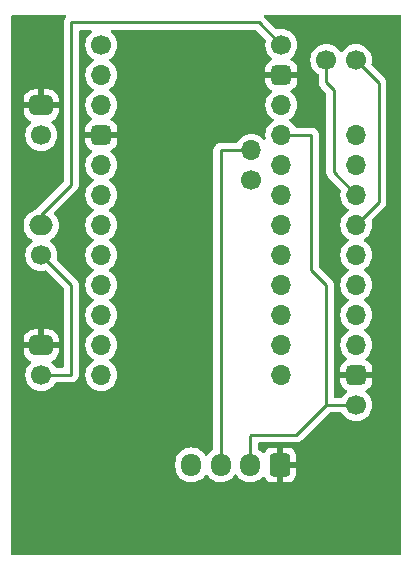
<source format=gbr>
%TF.GenerationSoftware,KiCad,Pcbnew,7.0.7*%
%TF.CreationDate,2023-09-23T14:44:52-07:00*%
%TF.ProjectId,Nitrox_Board,4e697472-6f78-45f4-926f-6172642e6b69,rev?*%
%TF.SameCoordinates,Original*%
%TF.FileFunction,Copper,L1,Top*%
%TF.FilePolarity,Positive*%
%FSLAX46Y46*%
G04 Gerber Fmt 4.6, Leading zero omitted, Abs format (unit mm)*
G04 Created by KiCad (PCBNEW 7.0.7) date 2023-09-23 14:44:52*
%MOMM*%
%LPD*%
G01*
G04 APERTURE LIST*
G04 Aperture macros list*
%AMRoundRect*
0 Rectangle with rounded corners*
0 $1 Rounding radius*
0 $2 $3 $4 $5 $6 $7 $8 $9 X,Y pos of 4 corners*
0 Add a 4 corners polygon primitive as box body*
4,1,4,$2,$3,$4,$5,$6,$7,$8,$9,$2,$3,0*
0 Add four circle primitives for the rounded corners*
1,1,$1+$1,$2,$3*
1,1,$1+$1,$4,$5*
1,1,$1+$1,$6,$7*
1,1,$1+$1,$8,$9*
0 Add four rect primitives between the rounded corners*
20,1,$1+$1,$2,$3,$4,$5,0*
20,1,$1+$1,$4,$5,$6,$7,0*
20,1,$1+$1,$6,$7,$8,$9,0*
20,1,$1+$1,$8,$9,$2,$3,0*%
G04 Aperture macros list end*
%TA.AperFunction,ComponentPad*%
%ADD10RoundRect,0.250000X0.600000X0.725000X-0.600000X0.725000X-0.600000X-0.725000X0.600000X-0.725000X0*%
%TD*%
%TA.AperFunction,ComponentPad*%
%ADD11O,1.700000X1.950000*%
%TD*%
%TA.AperFunction,ComponentPad*%
%ADD12C,1.700000*%
%TD*%
%TA.AperFunction,ComponentPad*%
%ADD13O,1.700000X1.700000*%
%TD*%
%TA.AperFunction,ComponentPad*%
%ADD14RoundRect,0.425000X-0.425000X-0.425000X0.425000X-0.425000X0.425000X0.425000X-0.425000X0.425000X0*%
%TD*%
%TA.AperFunction,ComponentPad*%
%ADD15O,2.000000X1.700000*%
%TD*%
%TA.AperFunction,ComponentPad*%
%ADD16RoundRect,0.425000X0.575000X-0.425000X0.575000X0.425000X-0.575000X0.425000X-0.575000X-0.425000X0*%
%TD*%
%TA.AperFunction,Conductor*%
%ADD17C,0.250000*%
%TD*%
G04 APERTURE END LIST*
D10*
%TO.P,DISP1,1,Pin_1*%
%TO.N,GND*%
X162440000Y-96520000D03*
D11*
%TO.P,DISP1,2,Pin_2*%
%TO.N,VCC*%
X159940000Y-96520000D03*
%TO.P,DISP1,3,Pin_3*%
%TO.N,SCL*%
X157440000Y-96520000D03*
%TO.P,DISP1,4,Pin_4*%
%TO.N,SDA*%
X154940000Y-96520000D03*
%TD*%
D12*
%TO.P,i2c1,1,Pin_1*%
%TO.N,SDA*%
X160020000Y-72390000D03*
D13*
%TO.P,i2c1,2,Pin_2*%
%TO.N,SCL*%
X160020000Y-69850000D03*
%TD*%
D12*
%TO.P,ProMini1,1,Pin_1*%
%TO.N,unconnected-(ProMini1-Pin_1-Pad1)*%
X147320000Y-60960000D03*
D13*
%TO.P,ProMini1,2,Pin_2*%
%TO.N,unconnected-(ProMini1-Pin_2-Pad2)*%
X147320000Y-63500000D03*
%TO.P,ProMini1,3,Pin_3*%
%TO.N,unconnected-(ProMini1-Pin_3-Pad3)*%
X147320000Y-66040000D03*
D14*
%TO.P,ProMini1,4,Pin_4*%
%TO.N,GND*%
X147320000Y-68580000D03*
D13*
%TO.P,ProMini1,5,Pin_5*%
%TO.N,Net-(Button1-Pin_1)*%
X147320000Y-71120000D03*
%TO.P,ProMini1,6,Pin_6*%
%TO.N,unconnected-(ProMini1-Pin_6-Pad6)*%
X147320000Y-73660000D03*
%TO.P,ProMini1,7,Pin_7*%
%TO.N,unconnected-(ProMini1-Pin_7-Pad7)*%
X147320000Y-76200000D03*
%TO.P,ProMini1,8,Pin_8*%
%TO.N,unconnected-(ProMini1-Pin_8-Pad8)*%
X147320000Y-78740000D03*
%TO.P,ProMini1,9,Pin_9*%
%TO.N,unconnected-(ProMini1-Pin_9-Pad9)*%
X147320000Y-81280000D03*
%TO.P,ProMini1,10,Pin_10*%
%TO.N,unconnected-(ProMini1-Pin_10-Pad10)*%
X147320000Y-83820000D03*
%TO.P,ProMini1,11,Pin_11*%
%TO.N,unconnected-(ProMini1-Pin_11-Pad11)*%
X147320000Y-86360000D03*
%TO.P,ProMini1,12,Pin_12*%
%TO.N,unconnected-(ProMini1-Pin_12-Pad12)*%
X147320000Y-88900000D03*
%TD*%
D12*
%TO.P,SWTCH1,1,Pin_1*%
%TO.N,Net-(BAT1-Pin_1)*%
X142240000Y-78740000D03*
D15*
%TO.P,SWTCH1,2,Pin_2*%
%TO.N,Net-(ProMini2-Pin_1)*%
X142240000Y-76240000D03*
%TD*%
D12*
%TO.P,BAT1,1,Pin_1*%
%TO.N,Net-(BAT1-Pin_1)*%
X142240000Y-88900000D03*
D16*
%TO.P,BAT1,2,Pin_2*%
%TO.N,GND*%
X142240000Y-86400000D03*
%TD*%
D12*
%TO.P,Button1,1,Pin_1*%
%TO.N,Net-(Button1-Pin_1)*%
X142240000Y-68580000D03*
D16*
%TO.P,Button1,2,Pin_2*%
%TO.N,GND*%
X142240000Y-66080000D03*
%TD*%
D12*
%TO.P,ProMini2,1,Pin_1*%
%TO.N,Net-(ProMini2-Pin_1)*%
X162560000Y-60960000D03*
D14*
%TO.P,ProMini2,2,Pin_2*%
%TO.N,GND*%
X162560000Y-63500000D03*
D13*
%TO.P,ProMini2,3,Pin_3*%
%TO.N,unconnected-(ProMini2-Pin_3-Pad3)*%
X162560000Y-66040000D03*
%TO.P,ProMini2,4,Pin_4*%
%TO.N,VCC*%
X162560000Y-68580000D03*
%TO.P,ProMini2,5,Pin_5*%
%TO.N,unconnected-(ProMini2-Pin_5-Pad5)*%
X162560000Y-71120000D03*
%TO.P,ProMini2,6,Pin_6*%
%TO.N,unconnected-(ProMini2-Pin_6-Pad6)*%
X162560000Y-73660000D03*
%TO.P,ProMini2,7,Pin_7*%
%TO.N,unconnected-(ProMini2-Pin_7-Pad7)*%
X162560000Y-76200000D03*
%TO.P,ProMini2,8,Pin_8*%
%TO.N,unconnected-(ProMini2-Pin_8-Pad8)*%
X162560000Y-78740000D03*
%TO.P,ProMini2,9,Pin_9*%
%TO.N,unconnected-(ProMini2-Pin_9-Pad9)*%
X162560000Y-81280000D03*
%TO.P,ProMini2,10,Pin_10*%
%TO.N,unconnected-(ProMini2-Pin_10-Pad10)*%
X162560000Y-83820000D03*
%TO.P,ProMini2,11,Pin_11*%
%TO.N,unconnected-(ProMini2-Pin_11-Pad11)*%
X162560000Y-86360000D03*
%TO.P,ProMini2,12,Pin_12*%
%TO.N,unconnected-(ProMini2-Pin_12-Pad12)*%
X162560000Y-88900000D03*
%TD*%
D12*
%TO.P,Sensor1,1,Pin_1*%
%TO.N,Net-(ADS1115-Pin_7)*%
X168870000Y-62230000D03*
%TO.P,Sensor1,2,Pin_2*%
%TO.N,Net-(ADS1115-Pin_8)*%
X166370000Y-62230000D03*
%TD*%
%TO.P,ADS1115,1,Pin_1*%
%TO.N,VCC*%
X168910000Y-91440000D03*
D14*
%TO.P,ADS1115,2,Pin_2*%
%TO.N,GND*%
X168910000Y-88900000D03*
D13*
%TO.P,ADS1115,3,Pin_3*%
%TO.N,SCL*%
X168910000Y-86360000D03*
%TO.P,ADS1115,4,Pin_4*%
%TO.N,SDA*%
X168910000Y-83820000D03*
%TO.P,ADS1115,5,Pin_5*%
%TO.N,unconnected-(ADS1115-Pin_5-Pad5)*%
X168910000Y-81280000D03*
%TO.P,ADS1115,6,Pin_6*%
%TO.N,unconnected-(ADS1115-Pin_6-Pad6)*%
X168910000Y-78740000D03*
%TO.P,ADS1115,7,Pin_7*%
%TO.N,Net-(ADS1115-Pin_7)*%
X168910000Y-76200000D03*
%TO.P,ADS1115,8,Pin_8*%
%TO.N,Net-(ADS1115-Pin_8)*%
X168910000Y-73660000D03*
%TO.P,ADS1115,9,Pin_9*%
%TO.N,unconnected-(ADS1115-Pin_9-Pad9)*%
X168910000Y-71120000D03*
%TO.P,ADS1115,10,Pin_10*%
%TO.N,unconnected-(ADS1115-Pin_10-Pad10)*%
X168910000Y-68580000D03*
%TD*%
D17*
%TO.N,SCL*%
X157480000Y-69850000D02*
X160020000Y-69850000D01*
X157440000Y-69890000D02*
X157480000Y-69850000D01*
X157440000Y-96520000D02*
X157440000Y-69890000D01*
%TO.N,VCC*%
X159940000Y-94060000D02*
X159940000Y-96520000D01*
X166370000Y-81280000D02*
X166370000Y-91440000D01*
X162560000Y-68580000D02*
X165100000Y-68580000D01*
X163830000Y-93980000D02*
X160020000Y-93980000D01*
X166370000Y-91440000D02*
X163830000Y-93980000D01*
X160020000Y-93980000D02*
X159940000Y-94060000D01*
X168910000Y-91440000D02*
X166370000Y-91440000D01*
X165100000Y-68580000D02*
X165100000Y-80010000D01*
X165100000Y-80010000D02*
X166370000Y-81280000D01*
%TO.N,Net-(ADS1115-Pin_7)*%
X170815000Y-74295000D02*
X170815000Y-64175000D01*
X170815000Y-64175000D02*
X168870000Y-62230000D01*
X168910000Y-76200000D02*
X170815000Y-74295000D01*
%TO.N,Net-(ADS1115-Pin_8)*%
X166370000Y-64135000D02*
X167005000Y-64770000D01*
X167005000Y-64770000D02*
X167005000Y-71755000D01*
X166370000Y-62230000D02*
X166370000Y-64135000D01*
X168910000Y-73660000D02*
X167005000Y-71755000D01*
%TO.N,Net-(BAT1-Pin_1)*%
X142240000Y-78740000D02*
X144780000Y-81280000D01*
X144780000Y-88900000D02*
X142240000Y-88900000D01*
X144780000Y-81280000D02*
X144780000Y-88900000D01*
%TO.N,Net-(ProMini2-Pin_1)*%
X160655000Y-59055000D02*
X144780000Y-59055000D01*
X162560000Y-60960000D02*
X160655000Y-59055000D01*
X142240000Y-75321701D02*
X142240000Y-76240000D01*
X144780000Y-72781701D02*
X142240000Y-75321701D01*
X144780000Y-59055000D02*
X144780000Y-72781701D01*
%TD*%
%TA.AperFunction,Conductor*%
%TO.N,GND*%
G36*
X144296633Y-58440185D02*
G01*
X144342388Y-58492989D01*
X144352332Y-58562147D01*
X144325131Y-58623547D01*
X144322158Y-58627141D01*
X144311809Y-58639649D01*
X144309237Y-58642567D01*
X144269937Y-58684418D01*
X144269935Y-58684420D01*
X144265994Y-58691589D01*
X144252889Y-58710873D01*
X144247677Y-58717173D01*
X144247674Y-58717178D01*
X144223231Y-58769121D01*
X144221464Y-58772589D01*
X144193804Y-58822903D01*
X144193803Y-58822908D01*
X144191769Y-58830828D01*
X144183870Y-58852768D01*
X144180386Y-58860172D01*
X144180384Y-58860178D01*
X144169629Y-58916561D01*
X144168779Y-58920361D01*
X144154500Y-58975976D01*
X144154500Y-58984152D01*
X144152305Y-59007379D01*
X144150773Y-59015412D01*
X144154378Y-59072724D01*
X144154500Y-59076595D01*
X144154500Y-72471247D01*
X144134815Y-72538286D01*
X144118181Y-72558928D01*
X141856208Y-74820900D01*
X141843951Y-74830721D01*
X141844134Y-74830942D01*
X141838123Y-74835914D01*
X141790772Y-74886337D01*
X141767125Y-74909984D01*
X141766138Y-74908997D01*
X141711927Y-74943148D01*
X141710164Y-74943635D01*
X141626342Y-74966095D01*
X141626335Y-74966098D01*
X141412171Y-75065964D01*
X141412169Y-75065965D01*
X141218597Y-75201505D01*
X141051506Y-75368597D01*
X141051501Y-75368604D01*
X140915967Y-75562165D01*
X140915965Y-75562169D01*
X140816098Y-75776335D01*
X140816094Y-75776344D01*
X140754938Y-76004586D01*
X140754936Y-76004596D01*
X140734341Y-76239999D01*
X140734341Y-76240000D01*
X140754936Y-76475403D01*
X140754938Y-76475413D01*
X140816094Y-76703655D01*
X140816096Y-76703659D01*
X140816097Y-76703663D01*
X140866031Y-76810745D01*
X140915964Y-76917828D01*
X140915965Y-76917830D01*
X141051505Y-77111402D01*
X141218597Y-77278494D01*
X141412169Y-77414034D01*
X141412175Y-77414037D01*
X141437799Y-77425986D01*
X141490239Y-77472158D01*
X141509391Y-77539351D01*
X141489176Y-77606232D01*
X141456519Y-77639943D01*
X141368594Y-77701508D01*
X141201505Y-77868597D01*
X141065965Y-78062169D01*
X141065964Y-78062171D01*
X140966098Y-78276335D01*
X140966094Y-78276344D01*
X140904938Y-78504586D01*
X140904936Y-78504596D01*
X140884341Y-78739999D01*
X140884341Y-78740000D01*
X140904936Y-78975403D01*
X140904938Y-78975413D01*
X140966094Y-79203655D01*
X140966096Y-79203659D01*
X140966097Y-79203663D01*
X141065965Y-79417829D01*
X141065965Y-79417830D01*
X141065967Y-79417834D01*
X141174281Y-79572521D01*
X141201505Y-79611401D01*
X141368599Y-79778495D01*
X141381070Y-79787227D01*
X141562165Y-79914032D01*
X141562167Y-79914033D01*
X141562170Y-79914035D01*
X141776337Y-80013903D01*
X142004592Y-80075063D01*
X142192918Y-80091539D01*
X142239999Y-80095659D01*
X142240000Y-80095659D01*
X142240001Y-80095659D01*
X142279234Y-80092226D01*
X142475408Y-80075063D01*
X142575873Y-80048143D01*
X142645722Y-80049806D01*
X142695647Y-80080237D01*
X144118181Y-81502771D01*
X144151666Y-81564094D01*
X144154500Y-81590452D01*
X144154500Y-88150500D01*
X144134815Y-88217539D01*
X144082011Y-88263294D01*
X144030500Y-88274500D01*
X143515227Y-88274500D01*
X143448188Y-88254815D01*
X143413652Y-88221623D01*
X143278496Y-88028600D01*
X143218328Y-87968432D01*
X143133125Y-87883229D01*
X143099642Y-87821909D01*
X143104626Y-87752217D01*
X143146497Y-87696283D01*
X143164514Y-87685065D01*
X143321564Y-87605044D01*
X143321566Y-87605043D01*
X143472675Y-87482675D01*
X143595042Y-87331567D01*
X143683317Y-87158315D01*
X143733644Y-86970497D01*
X143740000Y-86889740D01*
X143740000Y-86650000D01*
X142853347Y-86650000D01*
X142786308Y-86630315D01*
X142740553Y-86577511D01*
X142730609Y-86508353D01*
X142734369Y-86491067D01*
X142740000Y-86471888D01*
X142740000Y-86328111D01*
X142734369Y-86308933D01*
X142734370Y-86239064D01*
X142772145Y-86180286D01*
X142835701Y-86151262D01*
X142853347Y-86150000D01*
X143740000Y-86150000D01*
X143740000Y-85910260D01*
X143733644Y-85829502D01*
X143683317Y-85641684D01*
X143595042Y-85468432D01*
X143472675Y-85317324D01*
X143321567Y-85194957D01*
X143148315Y-85106682D01*
X142960497Y-85056355D01*
X142879740Y-85050000D01*
X142490000Y-85050000D01*
X142490000Y-85787698D01*
X142470315Y-85854737D01*
X142417511Y-85900492D01*
X142348355Y-85910436D01*
X142275766Y-85900000D01*
X142275763Y-85900000D01*
X142204237Y-85900000D01*
X142204233Y-85900000D01*
X142131645Y-85910436D01*
X142062487Y-85900492D01*
X142009684Y-85854736D01*
X141990000Y-85787698D01*
X141990000Y-85050000D01*
X141600260Y-85050000D01*
X141519502Y-85056355D01*
X141331684Y-85106682D01*
X141158432Y-85194957D01*
X141007324Y-85317324D01*
X140884957Y-85468432D01*
X140796682Y-85641684D01*
X140746355Y-85829502D01*
X140740000Y-85910260D01*
X140740000Y-86150000D01*
X141626653Y-86150000D01*
X141693692Y-86169685D01*
X141739447Y-86222489D01*
X141749391Y-86291647D01*
X141745631Y-86308933D01*
X141740000Y-86328111D01*
X141740000Y-86471888D01*
X141745631Y-86491067D01*
X141745630Y-86560936D01*
X141707855Y-86619714D01*
X141644299Y-86648738D01*
X141626653Y-86650000D01*
X140740000Y-86650000D01*
X140740000Y-86889740D01*
X140746355Y-86970497D01*
X140796682Y-87158315D01*
X140884957Y-87331567D01*
X141007324Y-87482675D01*
X141158432Y-87605042D01*
X141315486Y-87685065D01*
X141366282Y-87733039D01*
X141383077Y-87800860D01*
X141360540Y-87866995D01*
X141346872Y-87883231D01*
X141201505Y-88028597D01*
X141065965Y-88222169D01*
X141065964Y-88222171D01*
X140966098Y-88436335D01*
X140966094Y-88436344D01*
X140904938Y-88664586D01*
X140904936Y-88664596D01*
X140884341Y-88899999D01*
X140884341Y-88900000D01*
X140904936Y-89135403D01*
X140904938Y-89135413D01*
X140966094Y-89363655D01*
X140966096Y-89363659D01*
X140966097Y-89363663D01*
X141037497Y-89516781D01*
X141065965Y-89577830D01*
X141065967Y-89577834D01*
X141122321Y-89658315D01*
X141201505Y-89771401D01*
X141368599Y-89938495D01*
X141431695Y-89982675D01*
X141562165Y-90074032D01*
X141562167Y-90074033D01*
X141562170Y-90074035D01*
X141776337Y-90173903D01*
X142004592Y-90235063D01*
X142192918Y-90251539D01*
X142239999Y-90255659D01*
X142240000Y-90255659D01*
X142240001Y-90255659D01*
X142279234Y-90252226D01*
X142475408Y-90235063D01*
X142703663Y-90173903D01*
X142917830Y-90074035D01*
X143111401Y-89938495D01*
X143278495Y-89771401D01*
X143413651Y-89578377D01*
X143468229Y-89534752D01*
X143515227Y-89525500D01*
X144709153Y-89525500D01*
X144732385Y-89527696D01*
X144733989Y-89528001D01*
X144740412Y-89529227D01*
X144797724Y-89525621D01*
X144801597Y-89525500D01*
X144819342Y-89525500D01*
X144819350Y-89525500D01*
X144836990Y-89523271D01*
X144840807Y-89522910D01*
X144898138Y-89519304D01*
X144905905Y-89516780D01*
X144928680Y-89511688D01*
X144936792Y-89510664D01*
X144990195Y-89489519D01*
X144993835Y-89488209D01*
X145048441Y-89470467D01*
X145055337Y-89466090D01*
X145076133Y-89455494D01*
X145083732Y-89452486D01*
X145130191Y-89418730D01*
X145133390Y-89416555D01*
X145181877Y-89385786D01*
X145187466Y-89379833D01*
X145204979Y-89364394D01*
X145211587Y-89359594D01*
X145248190Y-89315347D01*
X145250736Y-89312457D01*
X145290062Y-89270582D01*
X145293998Y-89263421D01*
X145307119Y-89244114D01*
X145312324Y-89237823D01*
X145336769Y-89185874D01*
X145338528Y-89182419D01*
X145366197Y-89132092D01*
X145368227Y-89124181D01*
X145376135Y-89102218D01*
X145379614Y-89094826D01*
X145390377Y-89038401D01*
X145391210Y-89034670D01*
X145405500Y-88979019D01*
X145405500Y-88970844D01*
X145407697Y-88947606D01*
X145409227Y-88939588D01*
X145405621Y-88882275D01*
X145405500Y-88878403D01*
X145405500Y-81362737D01*
X145407224Y-81347123D01*
X145406938Y-81347096D01*
X145407672Y-81339333D01*
X145405500Y-81270202D01*
X145405500Y-81240651D01*
X145405500Y-81240650D01*
X145404629Y-81233759D01*
X145404172Y-81227945D01*
X145402709Y-81181374D01*
X145402709Y-81181373D01*
X145402709Y-81181372D01*
X145397120Y-81162137D01*
X145393174Y-81143084D01*
X145390664Y-81123208D01*
X145373501Y-81079859D01*
X145371614Y-81074346D01*
X145358617Y-81029610D01*
X145358616Y-81029608D01*
X145348421Y-81012369D01*
X145339860Y-80994893D01*
X145332486Y-80976269D01*
X145332486Y-80976267D01*
X145322474Y-80962488D01*
X145305083Y-80938550D01*
X145301900Y-80933705D01*
X145278170Y-80893579D01*
X145278165Y-80893573D01*
X145264005Y-80879413D01*
X145251370Y-80864620D01*
X145239593Y-80848412D01*
X145203693Y-80818713D01*
X145199381Y-80814790D01*
X143580237Y-79195646D01*
X143546752Y-79134323D01*
X143548142Y-79075876D01*
X143575063Y-78975408D01*
X143595659Y-78740000D01*
X143575063Y-78504592D01*
X143513903Y-78276337D01*
X143414035Y-78062171D01*
X143278495Y-77868599D01*
X143278494Y-77868597D01*
X143111402Y-77701506D01*
X143111401Y-77701505D01*
X143023481Y-77639943D01*
X142979857Y-77585366D01*
X142972664Y-77515867D01*
X143004186Y-77453513D01*
X143042201Y-77425986D01*
X143055835Y-77419627D01*
X143067829Y-77414035D01*
X143261401Y-77278495D01*
X143428495Y-77111401D01*
X143564035Y-76917830D01*
X143663903Y-76703663D01*
X143725063Y-76475408D01*
X143745659Y-76240000D01*
X143725063Y-76004592D01*
X143663903Y-75776337D01*
X143564035Y-75562171D01*
X143564034Y-75562169D01*
X143428494Y-75368597D01*
X143340774Y-75280877D01*
X143307289Y-75219554D01*
X143312273Y-75149862D01*
X143340772Y-75105517D01*
X145163788Y-73282502D01*
X145176042Y-73272687D01*
X145175859Y-73272465D01*
X145181866Y-73267493D01*
X145181877Y-73267487D01*
X145212775Y-73234583D01*
X145229227Y-73217065D01*
X145239671Y-73206619D01*
X145250120Y-73196172D01*
X145254379Y-73190679D01*
X145258152Y-73186262D01*
X145290062Y-73152283D01*
X145299713Y-73134725D01*
X145310396Y-73118462D01*
X145322673Y-73102637D01*
X145341185Y-73059854D01*
X145343738Y-73054642D01*
X145366197Y-73013793D01*
X145371180Y-72994381D01*
X145377481Y-72975981D01*
X145385437Y-72957597D01*
X145392729Y-72911553D01*
X145393906Y-72905872D01*
X145405500Y-72860720D01*
X145405500Y-72840683D01*
X145407027Y-72821283D01*
X145410160Y-72801505D01*
X145405775Y-72755116D01*
X145405500Y-72749278D01*
X145405500Y-59804500D01*
X145425185Y-59737461D01*
X145477989Y-59691706D01*
X145529500Y-59680500D01*
X146399512Y-59680500D01*
X146466551Y-59700185D01*
X146512306Y-59752989D01*
X146522250Y-59822147D01*
X146493225Y-59885703D01*
X146470635Y-59906075D01*
X146448596Y-59921506D01*
X146281505Y-60088597D01*
X146145965Y-60282169D01*
X146145964Y-60282171D01*
X146046098Y-60496335D01*
X146046094Y-60496344D01*
X145984938Y-60724586D01*
X145984936Y-60724596D01*
X145964341Y-60959999D01*
X145964341Y-60960000D01*
X145984936Y-61195403D01*
X145984938Y-61195413D01*
X146046094Y-61423655D01*
X146046096Y-61423659D01*
X146046097Y-61423663D01*
X146112663Y-61566414D01*
X146145965Y-61637830D01*
X146145967Y-61637834D01*
X146281501Y-61831395D01*
X146281506Y-61831402D01*
X146448597Y-61998493D01*
X146448603Y-61998498D01*
X146634158Y-62128425D01*
X146677783Y-62183002D01*
X146684977Y-62252500D01*
X146653454Y-62314855D01*
X146634158Y-62331575D01*
X146448597Y-62461505D01*
X146281505Y-62628597D01*
X146145965Y-62822169D01*
X146145964Y-62822171D01*
X146046098Y-63036335D01*
X146046094Y-63036344D01*
X145984938Y-63264586D01*
X145984936Y-63264596D01*
X145964341Y-63499999D01*
X145964341Y-63500000D01*
X145984936Y-63735403D01*
X145984938Y-63735413D01*
X146046094Y-63963655D01*
X146046096Y-63963659D01*
X146046097Y-63963663D01*
X146098654Y-64076372D01*
X146145965Y-64177830D01*
X146145967Y-64177834D01*
X146254281Y-64332521D01*
X146280114Y-64369415D01*
X146281501Y-64371395D01*
X146281506Y-64371402D01*
X146448597Y-64538493D01*
X146448603Y-64538498D01*
X146634158Y-64668425D01*
X146677783Y-64723002D01*
X146684977Y-64792500D01*
X146653454Y-64854855D01*
X146634158Y-64871575D01*
X146448597Y-65001505D01*
X146281505Y-65168597D01*
X146145965Y-65362169D01*
X146145964Y-65362171D01*
X146046098Y-65576335D01*
X146046094Y-65576344D01*
X145984938Y-65804586D01*
X145984936Y-65804596D01*
X145964341Y-66039999D01*
X145964341Y-66040000D01*
X145984936Y-66275403D01*
X145984938Y-66275413D01*
X146046094Y-66503655D01*
X146046096Y-66503659D01*
X146046097Y-66503663D01*
X146081694Y-66580000D01*
X146145965Y-66717830D01*
X146145967Y-66717834D01*
X146281501Y-66911395D01*
X146281506Y-66911402D01*
X146448597Y-67078493D01*
X146448603Y-67078498D01*
X146499272Y-67113977D01*
X146542897Y-67168554D01*
X146550091Y-67238052D01*
X146518568Y-67300407D01*
X146484444Y-67326037D01*
X146388432Y-67374957D01*
X146237324Y-67497324D01*
X146114957Y-67648432D01*
X146026682Y-67821684D01*
X145976355Y-68009502D01*
X145970000Y-68090260D01*
X145970000Y-68330000D01*
X146706653Y-68330000D01*
X146773692Y-68349685D01*
X146819447Y-68402489D01*
X146829391Y-68471647D01*
X146825631Y-68488933D01*
X146820000Y-68508111D01*
X146820000Y-68651888D01*
X146825631Y-68671067D01*
X146825630Y-68740936D01*
X146787855Y-68799714D01*
X146724299Y-68828738D01*
X146706653Y-68830000D01*
X145970000Y-68830000D01*
X145970000Y-69069740D01*
X145976355Y-69150497D01*
X146026682Y-69338315D01*
X146114957Y-69511567D01*
X146237324Y-69662675D01*
X146388433Y-69785043D01*
X146388435Y-69785044D01*
X146484443Y-69833962D01*
X146535239Y-69881936D01*
X146552035Y-69949757D01*
X146529498Y-70015892D01*
X146499274Y-70046021D01*
X146448595Y-70081507D01*
X146281505Y-70248597D01*
X146145965Y-70442169D01*
X146145964Y-70442171D01*
X146046098Y-70656335D01*
X146046094Y-70656344D01*
X145984938Y-70884586D01*
X145984936Y-70884596D01*
X145964341Y-71119999D01*
X145964341Y-71120000D01*
X145984936Y-71355403D01*
X145984938Y-71355413D01*
X146046094Y-71583655D01*
X146046096Y-71583659D01*
X146046097Y-71583663D01*
X146130569Y-71764814D01*
X146145965Y-71797830D01*
X146145967Y-71797834D01*
X146252564Y-71950069D01*
X146281501Y-71991396D01*
X146281506Y-71991402D01*
X146448597Y-72158493D01*
X146448603Y-72158498D01*
X146634158Y-72288425D01*
X146677783Y-72343002D01*
X146684977Y-72412500D01*
X146653454Y-72474855D01*
X146634158Y-72491575D01*
X146448597Y-72621505D01*
X146281505Y-72788597D01*
X146145965Y-72982169D01*
X146145964Y-72982171D01*
X146046098Y-73196335D01*
X146046094Y-73196344D01*
X145984938Y-73424586D01*
X145984936Y-73424596D01*
X145964341Y-73659999D01*
X145964341Y-73660000D01*
X145984936Y-73895403D01*
X145984938Y-73895413D01*
X146046094Y-74123655D01*
X146046096Y-74123659D01*
X146046097Y-74123663D01*
X146110874Y-74262577D01*
X146145965Y-74337830D01*
X146145967Y-74337834D01*
X146281501Y-74531395D01*
X146281506Y-74531402D01*
X146448597Y-74698493D01*
X146448603Y-74698498D01*
X146634158Y-74828425D01*
X146677783Y-74883002D01*
X146684977Y-74952500D01*
X146653454Y-75014855D01*
X146634158Y-75031575D01*
X146448597Y-75161505D01*
X146281505Y-75328597D01*
X146145965Y-75522169D01*
X146145964Y-75522171D01*
X146046098Y-75736335D01*
X146046094Y-75736344D01*
X145984938Y-75964586D01*
X145984936Y-75964596D01*
X145964341Y-76199999D01*
X145964341Y-76200000D01*
X145984936Y-76435403D01*
X145984938Y-76435413D01*
X146046094Y-76663655D01*
X146046096Y-76663659D01*
X146046097Y-76663663D01*
X146064750Y-76703664D01*
X146145965Y-76877830D01*
X146145967Y-76877834D01*
X146281501Y-77071395D01*
X146281506Y-77071402D01*
X146448597Y-77238493D01*
X146448603Y-77238498D01*
X146634158Y-77368425D01*
X146677783Y-77423002D01*
X146684977Y-77492500D01*
X146653454Y-77554855D01*
X146634158Y-77571575D01*
X146448597Y-77701505D01*
X146281505Y-77868597D01*
X146145965Y-78062169D01*
X146145964Y-78062171D01*
X146046098Y-78276335D01*
X146046094Y-78276344D01*
X145984938Y-78504586D01*
X145984936Y-78504596D01*
X145964341Y-78739999D01*
X145964341Y-78740000D01*
X145984936Y-78975403D01*
X145984938Y-78975413D01*
X146046094Y-79203655D01*
X146046096Y-79203659D01*
X146046097Y-79203663D01*
X146145965Y-79417830D01*
X146145967Y-79417834D01*
X146281501Y-79611395D01*
X146281506Y-79611402D01*
X146448597Y-79778493D01*
X146448603Y-79778498D01*
X146634158Y-79908425D01*
X146677783Y-79963002D01*
X146684977Y-80032500D01*
X146653454Y-80094855D01*
X146634158Y-80111575D01*
X146448597Y-80241505D01*
X146281505Y-80408597D01*
X146145965Y-80602169D01*
X146145964Y-80602171D01*
X146046098Y-80816335D01*
X146046094Y-80816344D01*
X145984938Y-81044586D01*
X145984936Y-81044596D01*
X145964341Y-81279999D01*
X145964341Y-81280000D01*
X145984936Y-81515403D01*
X145984938Y-81515413D01*
X146046094Y-81743655D01*
X146046096Y-81743659D01*
X146046097Y-81743663D01*
X146145965Y-81957829D01*
X146145965Y-81957830D01*
X146145967Y-81957834D01*
X146281501Y-82151395D01*
X146281506Y-82151402D01*
X146448597Y-82318493D01*
X146448603Y-82318498D01*
X146634158Y-82448425D01*
X146677783Y-82503002D01*
X146684977Y-82572500D01*
X146653454Y-82634855D01*
X146634158Y-82651575D01*
X146448597Y-82781505D01*
X146281505Y-82948597D01*
X146145965Y-83142169D01*
X146145964Y-83142171D01*
X146046098Y-83356335D01*
X146046094Y-83356344D01*
X145984938Y-83584586D01*
X145984936Y-83584596D01*
X145964341Y-83819999D01*
X145964341Y-83820000D01*
X145984936Y-84055403D01*
X145984938Y-84055413D01*
X146046094Y-84283655D01*
X146046096Y-84283659D01*
X146046097Y-84283663D01*
X146145964Y-84497829D01*
X146145965Y-84497830D01*
X146145967Y-84497834D01*
X146281501Y-84691395D01*
X146281506Y-84691402D01*
X146448597Y-84858493D01*
X146448603Y-84858498D01*
X146634158Y-84988425D01*
X146677783Y-85043002D01*
X146684977Y-85112500D01*
X146653454Y-85174855D01*
X146634158Y-85191575D01*
X146448597Y-85321505D01*
X146281505Y-85488597D01*
X146145965Y-85682169D01*
X146145964Y-85682171D01*
X146046098Y-85896335D01*
X146046094Y-85896344D01*
X145984938Y-86124586D01*
X145984936Y-86124596D01*
X145964341Y-86359999D01*
X145964341Y-86360000D01*
X145984936Y-86595403D01*
X145984938Y-86595413D01*
X146046094Y-86823655D01*
X146046096Y-86823659D01*
X146046097Y-86823663D01*
X146081694Y-86900000D01*
X146145965Y-87037830D01*
X146145967Y-87037834D01*
X146281501Y-87231395D01*
X146281506Y-87231402D01*
X146448597Y-87398493D01*
X146448603Y-87398498D01*
X146634158Y-87528425D01*
X146677783Y-87583002D01*
X146684977Y-87652500D01*
X146653454Y-87714855D01*
X146634158Y-87731575D01*
X146448597Y-87861505D01*
X146281505Y-88028597D01*
X146145965Y-88222169D01*
X146145964Y-88222171D01*
X146046098Y-88436335D01*
X146046094Y-88436344D01*
X145984938Y-88664586D01*
X145984936Y-88664596D01*
X145964341Y-88899999D01*
X145964341Y-88900000D01*
X145984936Y-89135403D01*
X145984938Y-89135413D01*
X146046094Y-89363655D01*
X146046096Y-89363659D01*
X146046097Y-89363663D01*
X146117497Y-89516781D01*
X146145965Y-89577830D01*
X146145967Y-89577834D01*
X146202321Y-89658315D01*
X146281505Y-89771401D01*
X146448599Y-89938495D01*
X146511695Y-89982675D01*
X146642165Y-90074032D01*
X146642167Y-90074033D01*
X146642170Y-90074035D01*
X146856337Y-90173903D01*
X147084592Y-90235063D01*
X147272918Y-90251539D01*
X147319999Y-90255659D01*
X147320000Y-90255659D01*
X147320001Y-90255659D01*
X147359234Y-90252226D01*
X147555408Y-90235063D01*
X147783663Y-90173903D01*
X147997830Y-90074035D01*
X148191401Y-89938495D01*
X148358495Y-89771401D01*
X148494035Y-89577830D01*
X148593903Y-89363663D01*
X148655063Y-89135408D01*
X148675659Y-88900000D01*
X148673769Y-88878403D01*
X148666179Y-88791647D01*
X148655063Y-88664592D01*
X148593903Y-88436337D01*
X148494035Y-88222171D01*
X148493652Y-88221623D01*
X148358494Y-88028597D01*
X148191402Y-87861506D01*
X148191396Y-87861501D01*
X148005842Y-87731575D01*
X147962217Y-87676998D01*
X147955023Y-87607500D01*
X147986546Y-87545145D01*
X148005842Y-87528425D01*
X148028026Y-87512891D01*
X148191401Y-87398495D01*
X148358495Y-87231401D01*
X148494035Y-87037830D01*
X148593903Y-86823663D01*
X148655063Y-86595408D01*
X148675659Y-86360000D01*
X148655063Y-86124592D01*
X148595016Y-85900492D01*
X148593905Y-85896344D01*
X148593904Y-85896343D01*
X148593903Y-85896337D01*
X148494035Y-85682171D01*
X148358495Y-85488599D01*
X148358494Y-85488597D01*
X148191402Y-85321506D01*
X148191401Y-85321505D01*
X148005842Y-85191575D01*
X148005841Y-85191574D01*
X147962216Y-85136997D01*
X147955024Y-85067498D01*
X147986546Y-85005144D01*
X148005836Y-84988428D01*
X148191401Y-84858495D01*
X148358495Y-84691401D01*
X148494035Y-84497830D01*
X148593903Y-84283663D01*
X148655063Y-84055408D01*
X148675659Y-83820000D01*
X148655063Y-83584592D01*
X148593903Y-83356337D01*
X148494035Y-83142171D01*
X148358495Y-82948599D01*
X148358494Y-82948597D01*
X148191402Y-82781506D01*
X148191396Y-82781501D01*
X148005842Y-82651575D01*
X147962217Y-82596998D01*
X147955023Y-82527500D01*
X147986546Y-82465145D01*
X148005842Y-82448425D01*
X148028026Y-82432891D01*
X148191401Y-82318495D01*
X148358495Y-82151401D01*
X148494035Y-81957830D01*
X148593903Y-81743663D01*
X148655063Y-81515408D01*
X148675659Y-81280000D01*
X148655063Y-81044592D01*
X148593903Y-80816337D01*
X148494035Y-80602171D01*
X148403696Y-80473152D01*
X148358494Y-80408597D01*
X148191402Y-80241506D01*
X148191401Y-80241505D01*
X148056317Y-80146918D01*
X148005841Y-80111574D01*
X147962216Y-80056997D01*
X147955024Y-79987498D01*
X147986546Y-79925144D01*
X148005836Y-79908428D01*
X148191401Y-79778495D01*
X148358495Y-79611401D01*
X148494035Y-79417830D01*
X148593903Y-79203663D01*
X148655063Y-78975408D01*
X148675659Y-78740000D01*
X148655063Y-78504592D01*
X148593903Y-78276337D01*
X148494035Y-78062171D01*
X148358495Y-77868599D01*
X148358494Y-77868597D01*
X148191402Y-77701506D01*
X148191396Y-77701501D01*
X148005842Y-77571575D01*
X147962217Y-77516998D01*
X147955023Y-77447500D01*
X147986546Y-77385145D01*
X148005842Y-77368425D01*
X148134275Y-77278495D01*
X148191401Y-77238495D01*
X148358495Y-77071401D01*
X148494035Y-76877830D01*
X148593903Y-76663663D01*
X148655063Y-76435408D01*
X148675659Y-76200000D01*
X148655063Y-75964592D01*
X148593903Y-75736337D01*
X148494035Y-75522171D01*
X148386504Y-75368599D01*
X148358494Y-75328597D01*
X148191402Y-75161506D01*
X148191401Y-75161505D01*
X148054956Y-75065965D01*
X148005841Y-75031574D01*
X147962216Y-74976997D01*
X147955024Y-74907498D01*
X147986546Y-74845144D01*
X148005836Y-74828428D01*
X148191401Y-74698495D01*
X148358495Y-74531401D01*
X148494035Y-74337830D01*
X148593903Y-74123663D01*
X148655063Y-73895408D01*
X148675659Y-73660000D01*
X148655063Y-73424592D01*
X148593903Y-73196337D01*
X148494035Y-72982171D01*
X148489696Y-72975973D01*
X148358494Y-72788597D01*
X148191402Y-72621506D01*
X148191396Y-72621501D01*
X148005842Y-72491575D01*
X147962217Y-72436998D01*
X147955023Y-72367500D01*
X147986546Y-72305145D01*
X148005842Y-72288425D01*
X148108864Y-72216288D01*
X148191401Y-72158495D01*
X148358495Y-71991401D01*
X148494035Y-71797830D01*
X148593903Y-71583663D01*
X148655063Y-71355408D01*
X148675659Y-71120000D01*
X148673690Y-71097500D01*
X148666772Y-71018425D01*
X148655063Y-70884592D01*
X148593903Y-70656337D01*
X148494035Y-70442171D01*
X148404054Y-70313663D01*
X148358494Y-70248597D01*
X148191402Y-70081506D01*
X148191401Y-70081505D01*
X148140725Y-70046021D01*
X148097101Y-69991445D01*
X148089909Y-69921946D01*
X148121431Y-69859592D01*
X148155556Y-69833962D01*
X148251565Y-69785044D01*
X148251566Y-69785043D01*
X148402675Y-69662675D01*
X148525042Y-69511567D01*
X148613317Y-69338315D01*
X148663644Y-69150497D01*
X148670000Y-69069740D01*
X148670000Y-68830000D01*
X147933347Y-68830000D01*
X147866308Y-68810315D01*
X147820553Y-68757511D01*
X147810609Y-68688353D01*
X147814369Y-68671067D01*
X147820000Y-68651888D01*
X147820000Y-68508111D01*
X147814369Y-68488933D01*
X147814370Y-68419064D01*
X147852145Y-68360286D01*
X147915701Y-68331262D01*
X147933347Y-68330000D01*
X148670000Y-68330000D01*
X148670000Y-68090260D01*
X148663644Y-68009502D01*
X148613317Y-67821684D01*
X148525042Y-67648432D01*
X148402675Y-67497324D01*
X148251567Y-67374957D01*
X148155555Y-67326037D01*
X148104759Y-67278063D01*
X148087964Y-67210242D01*
X148110501Y-67144107D01*
X148140727Y-67113977D01*
X148191401Y-67078495D01*
X148358495Y-66911401D01*
X148494035Y-66717830D01*
X148593903Y-66503663D01*
X148655063Y-66275408D01*
X148675659Y-66040000D01*
X148655063Y-65804592D01*
X148595016Y-65580492D01*
X148593905Y-65576344D01*
X148593904Y-65576343D01*
X148593903Y-65576337D01*
X148494035Y-65362171D01*
X148358495Y-65168599D01*
X148358494Y-65168597D01*
X148191402Y-65001506D01*
X148191401Y-65001505D01*
X148005842Y-64871575D01*
X148005841Y-64871574D01*
X147962216Y-64816997D01*
X147955024Y-64747498D01*
X147986546Y-64685144D01*
X148005836Y-64668428D01*
X148191401Y-64538495D01*
X148358495Y-64371401D01*
X148494035Y-64177830D01*
X148593903Y-63963663D01*
X148655063Y-63735408D01*
X148675659Y-63500000D01*
X148655063Y-63264592D01*
X148593903Y-63036337D01*
X148494035Y-62822171D01*
X148404054Y-62693663D01*
X148358494Y-62628597D01*
X148191402Y-62461506D01*
X148191396Y-62461501D01*
X148005842Y-62331575D01*
X147962217Y-62276998D01*
X147955023Y-62207500D01*
X147986546Y-62145145D01*
X148005842Y-62128425D01*
X148028026Y-62112891D01*
X148191401Y-61998495D01*
X148358495Y-61831401D01*
X148494035Y-61637830D01*
X148593903Y-61423663D01*
X148655063Y-61195408D01*
X148675659Y-60960000D01*
X148655063Y-60724592D01*
X148593903Y-60496337D01*
X148494035Y-60282171D01*
X148358495Y-60088599D01*
X148358494Y-60088597D01*
X148191402Y-59921506D01*
X148191396Y-59921501D01*
X148169365Y-59906075D01*
X148125740Y-59851499D01*
X148118546Y-59782000D01*
X148150069Y-59719645D01*
X148210298Y-59684231D01*
X148240488Y-59680500D01*
X160344548Y-59680500D01*
X160411587Y-59700185D01*
X160432229Y-59716819D01*
X161219762Y-60504352D01*
X161253247Y-60565675D01*
X161251856Y-60624126D01*
X161224938Y-60724586D01*
X161224936Y-60724596D01*
X161204341Y-60959999D01*
X161204341Y-60960000D01*
X161224936Y-61195403D01*
X161224938Y-61195413D01*
X161286094Y-61423655D01*
X161286096Y-61423659D01*
X161286097Y-61423663D01*
X161352663Y-61566414D01*
X161385965Y-61637830D01*
X161385967Y-61637834D01*
X161521501Y-61831395D01*
X161521506Y-61831402D01*
X161688597Y-61998493D01*
X161688603Y-61998498D01*
X161739272Y-62033977D01*
X161782897Y-62088554D01*
X161790091Y-62158052D01*
X161758568Y-62220407D01*
X161724444Y-62246037D01*
X161628432Y-62294957D01*
X161477324Y-62417324D01*
X161354957Y-62568432D01*
X161266682Y-62741684D01*
X161216355Y-62929502D01*
X161210000Y-63010260D01*
X161210000Y-63250000D01*
X161946653Y-63250000D01*
X162013692Y-63269685D01*
X162059447Y-63322489D01*
X162069391Y-63391647D01*
X162065631Y-63408933D01*
X162060000Y-63428111D01*
X162060000Y-63571888D01*
X162065631Y-63591067D01*
X162065630Y-63660936D01*
X162027855Y-63719714D01*
X161964299Y-63748738D01*
X161946653Y-63750000D01*
X161210000Y-63750000D01*
X161210000Y-63989740D01*
X161216355Y-64070497D01*
X161266682Y-64258315D01*
X161354957Y-64431567D01*
X161477324Y-64582675D01*
X161628433Y-64705043D01*
X161628435Y-64705044D01*
X161724443Y-64753962D01*
X161775239Y-64801936D01*
X161792035Y-64869757D01*
X161769498Y-64935892D01*
X161739274Y-64966021D01*
X161688595Y-65001507D01*
X161521505Y-65168597D01*
X161385965Y-65362169D01*
X161385964Y-65362171D01*
X161286098Y-65576335D01*
X161286094Y-65576344D01*
X161224938Y-65804586D01*
X161224936Y-65804596D01*
X161204341Y-66039999D01*
X161204341Y-66040000D01*
X161224936Y-66275403D01*
X161224938Y-66275413D01*
X161286094Y-66503655D01*
X161286096Y-66503659D01*
X161286097Y-66503663D01*
X161321694Y-66580000D01*
X161385965Y-66717830D01*
X161385967Y-66717834D01*
X161521501Y-66911395D01*
X161521506Y-66911402D01*
X161688597Y-67078493D01*
X161688603Y-67078498D01*
X161874158Y-67208425D01*
X161917783Y-67263002D01*
X161924977Y-67332500D01*
X161893454Y-67394855D01*
X161874158Y-67411575D01*
X161688597Y-67541505D01*
X161521505Y-67708597D01*
X161385965Y-67902169D01*
X161385964Y-67902171D01*
X161286098Y-68116335D01*
X161286094Y-68116344D01*
X161224938Y-68344586D01*
X161224936Y-68344596D01*
X161204341Y-68579999D01*
X161204341Y-68580000D01*
X161224936Y-68815403D01*
X161224938Y-68815412D01*
X161225817Y-68818692D01*
X161225781Y-68820193D01*
X161225878Y-68820742D01*
X161225767Y-68820761D01*
X161224152Y-68888542D01*
X161184988Y-68946403D01*
X161120759Y-68973905D01*
X161051857Y-68962317D01*
X161018360Y-68938464D01*
X160968438Y-68888542D01*
X160891401Y-68811505D01*
X160891397Y-68811502D01*
X160891396Y-68811501D01*
X160697834Y-68675967D01*
X160697830Y-68675965D01*
X160643958Y-68650844D01*
X160483663Y-68576097D01*
X160483659Y-68576096D01*
X160483655Y-68576094D01*
X160255413Y-68514938D01*
X160255403Y-68514936D01*
X160020001Y-68494341D01*
X160019999Y-68494341D01*
X159784596Y-68514936D01*
X159784586Y-68514938D01*
X159556344Y-68576094D01*
X159556335Y-68576098D01*
X159342171Y-68675964D01*
X159342169Y-68675965D01*
X159148597Y-68811505D01*
X158981505Y-68978597D01*
X158846348Y-69171623D01*
X158791771Y-69215248D01*
X158744773Y-69224500D01*
X157562743Y-69224500D01*
X157547122Y-69222775D01*
X157547095Y-69223061D01*
X157539333Y-69222326D01*
X157470172Y-69224500D01*
X157440649Y-69224500D01*
X157433778Y-69225367D01*
X157427959Y-69225825D01*
X157381374Y-69227289D01*
X157381368Y-69227290D01*
X157362126Y-69232880D01*
X157343087Y-69236823D01*
X157323217Y-69239334D01*
X157323203Y-69239337D01*
X157279883Y-69256488D01*
X157274358Y-69258380D01*
X157229613Y-69271380D01*
X157229610Y-69271381D01*
X157212366Y-69281579D01*
X157194905Y-69290133D01*
X157176274Y-69297510D01*
X157176262Y-69297517D01*
X157138570Y-69324902D01*
X157133687Y-69328109D01*
X157093581Y-69351828D01*
X157079412Y-69365997D01*
X157064626Y-69378625D01*
X157048415Y-69390403D01*
X157048411Y-69390407D01*
X157029852Y-69412840D01*
X157027280Y-69415757D01*
X156990772Y-69454637D01*
X156969881Y-69475527D01*
X156969868Y-69475541D01*
X156965621Y-69481016D01*
X156961835Y-69485448D01*
X156929937Y-69519418D01*
X156929936Y-69519420D01*
X156920284Y-69536976D01*
X156909610Y-69553226D01*
X156897329Y-69569061D01*
X156897324Y-69569068D01*
X156878815Y-69611838D01*
X156876245Y-69617084D01*
X156853803Y-69657906D01*
X156848822Y-69677307D01*
X156842521Y-69695710D01*
X156834562Y-69714102D01*
X156834561Y-69714105D01*
X156827271Y-69760127D01*
X156826087Y-69765846D01*
X156814501Y-69810972D01*
X156814500Y-69810982D01*
X156814500Y-69831016D01*
X156812973Y-69850415D01*
X156809840Y-69870194D01*
X156809840Y-69870195D01*
X156814225Y-69916583D01*
X156814500Y-69922421D01*
X156814500Y-95119773D01*
X156794815Y-95186812D01*
X156761623Y-95221348D01*
X156568597Y-95356505D01*
X156401505Y-95523597D01*
X156291575Y-95680595D01*
X156236998Y-95724220D01*
X156167500Y-95731414D01*
X156105145Y-95699891D01*
X156088425Y-95680595D01*
X155978494Y-95523597D01*
X155811402Y-95356506D01*
X155811395Y-95356501D01*
X155617834Y-95220967D01*
X155617830Y-95220965D01*
X155565500Y-95196563D01*
X155403663Y-95121097D01*
X155403659Y-95121096D01*
X155403655Y-95121094D01*
X155175413Y-95059938D01*
X155175403Y-95059936D01*
X154940001Y-95039341D01*
X154939999Y-95039341D01*
X154704596Y-95059936D01*
X154704586Y-95059938D01*
X154476344Y-95121094D01*
X154476335Y-95121098D01*
X154262171Y-95220964D01*
X154262169Y-95220965D01*
X154068597Y-95356505D01*
X153901505Y-95523597D01*
X153765965Y-95717169D01*
X153765964Y-95717171D01*
X153666098Y-95931335D01*
X153666094Y-95931344D01*
X153604938Y-96159586D01*
X153604936Y-96159596D01*
X153589500Y-96336034D01*
X153589500Y-96703966D01*
X153604936Y-96880403D01*
X153604938Y-96880413D01*
X153666094Y-97108655D01*
X153666096Y-97108659D01*
X153666097Y-97108663D01*
X153690000Y-97159922D01*
X153765964Y-97322828D01*
X153765965Y-97322830D01*
X153901505Y-97516402D01*
X154068597Y-97683493D01*
X154068599Y-97683495D01*
X154165384Y-97751265D01*
X154262165Y-97819032D01*
X154262167Y-97819033D01*
X154262170Y-97819035D01*
X154476337Y-97918903D01*
X154476343Y-97918904D01*
X154476344Y-97918905D01*
X154515356Y-97929358D01*
X154704592Y-97980063D01*
X154892918Y-97996539D01*
X154939999Y-98000659D01*
X154940000Y-98000659D01*
X154940001Y-98000659D01*
X154979234Y-97997226D01*
X155175408Y-97980063D01*
X155403663Y-97918903D01*
X155617829Y-97819035D01*
X155811401Y-97683495D01*
X155978495Y-97516401D01*
X156088426Y-97359401D01*
X156143001Y-97315778D01*
X156212500Y-97308584D01*
X156274855Y-97340106D01*
X156291571Y-97359398D01*
X156318383Y-97397690D01*
X156401506Y-97516403D01*
X156568597Y-97683492D01*
X156568599Y-97683495D01*
X156665384Y-97751264D01*
X156762165Y-97819032D01*
X156762167Y-97819033D01*
X156762170Y-97819035D01*
X156976337Y-97918903D01*
X156976343Y-97918904D01*
X156976344Y-97918905D01*
X157015356Y-97929358D01*
X157204592Y-97980063D01*
X157392918Y-97996539D01*
X157439999Y-98000659D01*
X157440000Y-98000659D01*
X157440001Y-98000659D01*
X157479234Y-97997226D01*
X157675408Y-97980063D01*
X157903663Y-97918903D01*
X158117829Y-97819035D01*
X158311401Y-97683495D01*
X158478495Y-97516401D01*
X158588426Y-97359401D01*
X158643001Y-97315778D01*
X158712500Y-97308584D01*
X158774855Y-97340106D01*
X158791571Y-97359398D01*
X158818383Y-97397690D01*
X158901506Y-97516403D01*
X159068597Y-97683493D01*
X159068599Y-97683495D01*
X159165384Y-97751264D01*
X159262165Y-97819032D01*
X159262167Y-97819033D01*
X159262170Y-97819035D01*
X159476337Y-97918903D01*
X159476343Y-97918904D01*
X159476344Y-97918905D01*
X159515356Y-97929358D01*
X159704592Y-97980063D01*
X159892918Y-97996539D01*
X159939999Y-98000659D01*
X159940000Y-98000659D01*
X159940001Y-98000659D01*
X159979234Y-97997226D01*
X160175408Y-97980063D01*
X160403663Y-97918903D01*
X160617829Y-97819035D01*
X160811401Y-97683495D01*
X160958965Y-97535930D01*
X161020287Y-97502447D01*
X161089978Y-97507431D01*
X161145912Y-97549302D01*
X161152183Y-97558516D01*
X161247680Y-97713340D01*
X161247683Y-97713344D01*
X161371654Y-97837315D01*
X161520875Y-97929356D01*
X161520880Y-97929358D01*
X161687302Y-97984505D01*
X161687309Y-97984506D01*
X161790019Y-97994999D01*
X162189999Y-97994999D01*
X162190000Y-97994998D01*
X162190000Y-97107044D01*
X162209685Y-97040005D01*
X162262489Y-96994250D01*
X162331647Y-96984306D01*
X162337066Y-96985085D01*
X162406025Y-96995000D01*
X162406026Y-96995000D01*
X162473974Y-96995000D01*
X162473975Y-96995000D01*
X162543570Y-96984993D01*
X162548353Y-96984306D01*
X162617512Y-96994250D01*
X162670316Y-97040005D01*
X162690000Y-97107044D01*
X162690000Y-97994999D01*
X163089972Y-97994999D01*
X163089986Y-97994998D01*
X163192697Y-97984505D01*
X163359119Y-97929358D01*
X163359124Y-97929356D01*
X163508345Y-97837315D01*
X163632315Y-97713345D01*
X163724356Y-97564124D01*
X163724358Y-97564119D01*
X163779505Y-97397697D01*
X163779506Y-97397690D01*
X163789999Y-97294986D01*
X163790000Y-97294973D01*
X163790000Y-96770000D01*
X163027292Y-96770000D01*
X162960253Y-96750315D01*
X162914498Y-96697511D01*
X162904554Y-96628353D01*
X162908314Y-96611067D01*
X162915000Y-96588294D01*
X162915000Y-96451705D01*
X162908314Y-96428933D01*
X162908316Y-96359063D01*
X162946091Y-96300286D01*
X163009647Y-96271262D01*
X163027292Y-96270000D01*
X163789999Y-96270000D01*
X163789999Y-95745028D01*
X163789998Y-95745013D01*
X163779505Y-95642302D01*
X163724358Y-95475880D01*
X163724356Y-95475875D01*
X163632315Y-95326654D01*
X163508345Y-95202684D01*
X163359124Y-95110643D01*
X163359119Y-95110641D01*
X163192697Y-95055494D01*
X163192690Y-95055493D01*
X163089986Y-95045000D01*
X162690000Y-95045000D01*
X162690000Y-95932956D01*
X162670315Y-95999995D01*
X162617511Y-96045750D01*
X162548353Y-96055694D01*
X162522064Y-96051914D01*
X162473975Y-96045000D01*
X162406025Y-96045000D01*
X162331647Y-96055694D01*
X162262488Y-96045750D01*
X162209684Y-95999995D01*
X162190000Y-95932956D01*
X162190000Y-95045000D01*
X161790028Y-95045000D01*
X161790012Y-95045001D01*
X161687302Y-95055494D01*
X161520880Y-95110641D01*
X161520875Y-95110643D01*
X161371654Y-95202684D01*
X161247683Y-95326655D01*
X161247680Y-95326659D01*
X161152183Y-95481483D01*
X161100235Y-95528208D01*
X161031272Y-95539429D01*
X160967190Y-95511586D01*
X160958964Y-95504068D01*
X160930771Y-95475875D01*
X160811401Y-95356505D01*
X160618376Y-95221347D01*
X160574751Y-95166770D01*
X160565500Y-95119772D01*
X160565500Y-94729500D01*
X160585185Y-94662461D01*
X160637989Y-94616706D01*
X160689500Y-94605500D01*
X163747257Y-94605500D01*
X163762877Y-94607224D01*
X163762904Y-94606939D01*
X163770660Y-94607671D01*
X163770667Y-94607673D01*
X163839814Y-94605500D01*
X163869350Y-94605500D01*
X163876228Y-94604630D01*
X163882041Y-94604172D01*
X163928627Y-94602709D01*
X163947869Y-94597117D01*
X163966912Y-94593174D01*
X163986792Y-94590664D01*
X164030122Y-94573507D01*
X164035646Y-94571617D01*
X164039396Y-94570527D01*
X164080390Y-94558618D01*
X164097629Y-94548422D01*
X164115103Y-94539862D01*
X164133727Y-94532488D01*
X164133727Y-94532487D01*
X164133732Y-94532486D01*
X164171449Y-94505082D01*
X164176305Y-94501892D01*
X164216420Y-94478170D01*
X164230589Y-94463999D01*
X164245379Y-94451368D01*
X164261587Y-94439594D01*
X164291299Y-94403676D01*
X164295212Y-94399376D01*
X166592771Y-92101819D01*
X166654095Y-92068334D01*
X166680453Y-92065500D01*
X167634773Y-92065500D01*
X167701812Y-92085185D01*
X167736348Y-92118377D01*
X167871500Y-92311395D01*
X167871505Y-92311401D01*
X168038599Y-92478495D01*
X168135384Y-92546265D01*
X168232165Y-92614032D01*
X168232167Y-92614033D01*
X168232170Y-92614035D01*
X168446337Y-92713903D01*
X168674592Y-92775063D01*
X168862918Y-92791539D01*
X168909999Y-92795659D01*
X168910000Y-92795659D01*
X168910001Y-92795659D01*
X168949234Y-92792226D01*
X169145408Y-92775063D01*
X169373663Y-92713903D01*
X169587830Y-92614035D01*
X169781401Y-92478495D01*
X169948495Y-92311401D01*
X170084035Y-92117830D01*
X170183903Y-91903663D01*
X170245063Y-91675408D01*
X170265659Y-91440000D01*
X170245063Y-91204592D01*
X170183903Y-90976337D01*
X170084035Y-90762171D01*
X170083652Y-90761623D01*
X169948494Y-90568597D01*
X169781402Y-90401506D01*
X169781401Y-90401505D01*
X169730725Y-90366021D01*
X169687101Y-90311445D01*
X169679909Y-90241946D01*
X169711431Y-90179592D01*
X169745556Y-90153962D01*
X169841565Y-90105044D01*
X169841566Y-90105043D01*
X169992675Y-89982675D01*
X170115042Y-89831567D01*
X170203317Y-89658315D01*
X170253644Y-89470497D01*
X170260000Y-89389740D01*
X170260000Y-89150000D01*
X169523347Y-89150000D01*
X169456308Y-89130315D01*
X169410553Y-89077511D01*
X169400609Y-89008353D01*
X169404369Y-88991067D01*
X169410000Y-88971888D01*
X169410000Y-88828111D01*
X169404369Y-88808933D01*
X169404370Y-88739064D01*
X169442145Y-88680286D01*
X169505701Y-88651262D01*
X169523347Y-88650000D01*
X170260000Y-88650000D01*
X170260000Y-88410260D01*
X170253644Y-88329502D01*
X170203317Y-88141684D01*
X170115042Y-87968432D01*
X169992675Y-87817324D01*
X169841567Y-87694957D01*
X169745555Y-87646037D01*
X169694759Y-87598063D01*
X169677964Y-87530242D01*
X169700501Y-87464107D01*
X169730727Y-87433977D01*
X169781401Y-87398495D01*
X169948495Y-87231401D01*
X170084035Y-87037830D01*
X170183903Y-86823663D01*
X170245063Y-86595408D01*
X170265659Y-86360000D01*
X170245063Y-86124592D01*
X170185016Y-85900492D01*
X170183905Y-85896344D01*
X170183904Y-85896343D01*
X170183903Y-85896337D01*
X170084035Y-85682171D01*
X169948495Y-85488599D01*
X169948494Y-85488597D01*
X169781402Y-85321506D01*
X169781396Y-85321501D01*
X169595842Y-85191575D01*
X169552217Y-85136998D01*
X169545023Y-85067500D01*
X169576546Y-85005145D01*
X169595842Y-84988425D01*
X169618026Y-84972891D01*
X169781401Y-84858495D01*
X169948495Y-84691401D01*
X170084035Y-84497830D01*
X170183903Y-84283663D01*
X170245063Y-84055408D01*
X170265659Y-83820000D01*
X170245063Y-83584592D01*
X170183903Y-83356337D01*
X170084035Y-83142171D01*
X169948495Y-82948599D01*
X169948494Y-82948597D01*
X169781402Y-82781506D01*
X169781401Y-82781505D01*
X169595842Y-82651575D01*
X169595841Y-82651574D01*
X169552216Y-82596997D01*
X169545024Y-82527498D01*
X169576546Y-82465144D01*
X169595836Y-82448428D01*
X169781401Y-82318495D01*
X169948495Y-82151401D01*
X170084035Y-81957830D01*
X170183903Y-81743663D01*
X170245063Y-81515408D01*
X170265659Y-81280000D01*
X170245063Y-81044592D01*
X170183903Y-80816337D01*
X170084035Y-80602171D01*
X169993696Y-80473152D01*
X169948494Y-80408597D01*
X169781402Y-80241506D01*
X169781396Y-80241501D01*
X169595842Y-80111575D01*
X169552217Y-80056998D01*
X169545023Y-79987500D01*
X169576546Y-79925145D01*
X169595842Y-79908425D01*
X169768930Y-79787227D01*
X169781401Y-79778495D01*
X169948495Y-79611401D01*
X170084035Y-79417830D01*
X170183903Y-79203663D01*
X170245063Y-78975408D01*
X170265659Y-78740000D01*
X170245063Y-78504592D01*
X170183903Y-78276337D01*
X170084035Y-78062171D01*
X169948495Y-77868599D01*
X169948494Y-77868597D01*
X169781402Y-77701506D01*
X169781401Y-77701505D01*
X169645337Y-77606232D01*
X169595841Y-77571574D01*
X169552216Y-77516997D01*
X169545024Y-77447498D01*
X169576546Y-77385144D01*
X169595836Y-77368428D01*
X169781401Y-77238495D01*
X169948495Y-77071401D01*
X170084035Y-76877830D01*
X170183903Y-76663663D01*
X170245063Y-76435408D01*
X170265659Y-76200000D01*
X170245063Y-75964592D01*
X170218142Y-75864125D01*
X170219806Y-75794276D01*
X170250235Y-75744353D01*
X171198787Y-74795802D01*
X171211042Y-74785986D01*
X171210859Y-74785764D01*
X171216866Y-74780792D01*
X171216877Y-74780786D01*
X171247775Y-74747882D01*
X171264227Y-74730364D01*
X171274671Y-74719918D01*
X171285120Y-74709471D01*
X171289379Y-74703978D01*
X171293152Y-74699561D01*
X171325062Y-74665582D01*
X171334715Y-74648020D01*
X171345389Y-74631770D01*
X171357673Y-74615936D01*
X171376180Y-74573167D01*
X171378749Y-74567924D01*
X171380953Y-74563913D01*
X171401197Y-74527092D01*
X171406177Y-74507691D01*
X171412478Y-74489288D01*
X171420438Y-74470896D01*
X171427730Y-74424849D01*
X171428911Y-74419152D01*
X171440500Y-74374019D01*
X171440500Y-74353983D01*
X171442027Y-74334582D01*
X171445160Y-74314804D01*
X171440775Y-74268415D01*
X171440500Y-74262577D01*
X171440500Y-64257737D01*
X171442224Y-64242123D01*
X171441938Y-64242096D01*
X171442672Y-64234333D01*
X171440500Y-64165202D01*
X171440500Y-64135651D01*
X171440500Y-64135650D01*
X171439629Y-64128759D01*
X171439172Y-64122945D01*
X171437709Y-64076374D01*
X171437709Y-64076372D01*
X171432120Y-64057137D01*
X171428174Y-64038084D01*
X171425664Y-64018208D01*
X171408501Y-63974859D01*
X171406614Y-63969346D01*
X171393617Y-63924610D01*
X171393616Y-63924608D01*
X171383421Y-63907369D01*
X171374860Y-63889893D01*
X171367486Y-63871269D01*
X171367486Y-63871267D01*
X171357474Y-63857488D01*
X171340083Y-63833550D01*
X171336900Y-63828705D01*
X171313170Y-63788579D01*
X171313165Y-63788573D01*
X171299005Y-63774413D01*
X171286370Y-63759620D01*
X171274593Y-63743412D01*
X171238693Y-63713713D01*
X171234381Y-63709790D01*
X170210237Y-62685646D01*
X170176752Y-62624323D01*
X170178142Y-62565876D01*
X170205063Y-62465408D01*
X170225659Y-62230000D01*
X170223690Y-62207500D01*
X170208509Y-62033977D01*
X170205063Y-61994592D01*
X170143903Y-61766337D01*
X170044035Y-61552171D01*
X170031936Y-61534891D01*
X169908494Y-61358597D01*
X169741402Y-61191506D01*
X169741395Y-61191501D01*
X169547834Y-61055967D01*
X169547830Y-61055965D01*
X169547830Y-61055964D01*
X169333663Y-60956097D01*
X169333659Y-60956096D01*
X169333655Y-60956094D01*
X169105413Y-60894938D01*
X169105403Y-60894936D01*
X168870001Y-60874341D01*
X168869999Y-60874341D01*
X168634596Y-60894936D01*
X168634586Y-60894938D01*
X168406344Y-60956094D01*
X168406335Y-60956098D01*
X168192171Y-61055964D01*
X168192169Y-61055965D01*
X167998597Y-61191505D01*
X167831505Y-61358597D01*
X167721575Y-61515595D01*
X167666998Y-61559220D01*
X167597500Y-61566414D01*
X167535145Y-61534891D01*
X167518425Y-61515595D01*
X167408494Y-61358597D01*
X167241402Y-61191506D01*
X167241395Y-61191501D01*
X167047834Y-61055967D01*
X167047830Y-61055965D01*
X167047829Y-61055964D01*
X166833663Y-60956097D01*
X166833659Y-60956096D01*
X166833655Y-60956094D01*
X166605413Y-60894938D01*
X166605403Y-60894936D01*
X166370001Y-60874341D01*
X166369999Y-60874341D01*
X166134596Y-60894936D01*
X166134586Y-60894938D01*
X165906344Y-60956094D01*
X165906335Y-60956098D01*
X165692171Y-61055964D01*
X165692169Y-61055965D01*
X165498597Y-61191505D01*
X165331505Y-61358597D01*
X165195965Y-61552169D01*
X165195964Y-61552171D01*
X165096098Y-61766335D01*
X165096094Y-61766344D01*
X165034938Y-61994586D01*
X165034936Y-61994596D01*
X165014341Y-62229999D01*
X165014341Y-62230000D01*
X165034936Y-62465403D01*
X165034938Y-62465413D01*
X165096094Y-62693655D01*
X165096096Y-62693659D01*
X165096097Y-62693663D01*
X165189323Y-62893586D01*
X165195965Y-62907830D01*
X165195967Y-62907834D01*
X165304281Y-63062521D01*
X165331505Y-63101401D01*
X165498599Y-63268495D01*
X165691624Y-63403653D01*
X165735248Y-63458228D01*
X165744500Y-63505226D01*
X165744500Y-64052255D01*
X165742775Y-64067872D01*
X165743061Y-64067899D01*
X165742326Y-64075665D01*
X165744500Y-64144814D01*
X165744500Y-64174343D01*
X165744501Y-64174360D01*
X165745368Y-64181231D01*
X165745826Y-64187050D01*
X165747290Y-64233624D01*
X165747291Y-64233627D01*
X165752880Y-64252867D01*
X165756824Y-64271911D01*
X165759336Y-64291791D01*
X165776490Y-64335119D01*
X165778382Y-64340647D01*
X165791381Y-64385388D01*
X165801580Y-64402634D01*
X165810136Y-64420100D01*
X165814677Y-64431567D01*
X165817514Y-64438732D01*
X165844898Y-64476423D01*
X165848106Y-64481307D01*
X165871827Y-64521416D01*
X165871833Y-64521424D01*
X165885990Y-64535580D01*
X165898628Y-64550376D01*
X165910405Y-64566586D01*
X165910406Y-64566587D01*
X165946309Y-64596288D01*
X165950620Y-64600210D01*
X166343182Y-64992772D01*
X166376666Y-65054093D01*
X166379500Y-65080451D01*
X166379500Y-71672255D01*
X166377775Y-71687872D01*
X166378061Y-71687899D01*
X166377326Y-71695665D01*
X166379500Y-71764814D01*
X166379500Y-71794343D01*
X166379501Y-71794360D01*
X166380368Y-71801231D01*
X166380826Y-71807050D01*
X166382290Y-71853624D01*
X166382291Y-71853627D01*
X166387880Y-71872867D01*
X166391824Y-71891911D01*
X166394336Y-71911792D01*
X166409491Y-71950069D01*
X166411490Y-71955119D01*
X166413382Y-71960647D01*
X166423680Y-71996093D01*
X166426382Y-72005390D01*
X166429284Y-72010298D01*
X166436580Y-72022634D01*
X166445138Y-72040103D01*
X166452514Y-72058732D01*
X166479898Y-72096423D01*
X166483106Y-72101307D01*
X166506827Y-72141416D01*
X166506833Y-72141424D01*
X166520990Y-72155580D01*
X166533628Y-72170376D01*
X166545405Y-72186586D01*
X166545406Y-72186587D01*
X166581309Y-72216288D01*
X166585620Y-72220210D01*
X167100502Y-72735092D01*
X167569762Y-73204352D01*
X167603247Y-73265675D01*
X167601856Y-73324126D01*
X167574938Y-73424586D01*
X167574936Y-73424596D01*
X167554341Y-73659999D01*
X167554341Y-73660000D01*
X167574936Y-73895403D01*
X167574938Y-73895413D01*
X167636094Y-74123655D01*
X167636096Y-74123659D01*
X167636097Y-74123663D01*
X167700874Y-74262577D01*
X167735965Y-74337830D01*
X167735967Y-74337834D01*
X167871501Y-74531395D01*
X167871506Y-74531402D01*
X168038597Y-74698493D01*
X168038603Y-74698498D01*
X168224158Y-74828425D01*
X168267783Y-74883002D01*
X168274977Y-74952500D01*
X168243454Y-75014855D01*
X168224158Y-75031575D01*
X168038597Y-75161505D01*
X167871505Y-75328597D01*
X167735965Y-75522169D01*
X167735964Y-75522171D01*
X167636098Y-75736335D01*
X167636094Y-75736344D01*
X167574938Y-75964586D01*
X167574936Y-75964596D01*
X167554341Y-76199999D01*
X167554341Y-76200000D01*
X167574936Y-76435403D01*
X167574938Y-76435413D01*
X167636094Y-76663655D01*
X167636096Y-76663659D01*
X167636097Y-76663663D01*
X167654750Y-76703664D01*
X167735965Y-76877830D01*
X167735967Y-76877834D01*
X167871501Y-77071395D01*
X167871506Y-77071402D01*
X168038597Y-77238493D01*
X168038603Y-77238498D01*
X168224158Y-77368425D01*
X168267783Y-77423002D01*
X168274977Y-77492500D01*
X168243454Y-77554855D01*
X168224158Y-77571575D01*
X168038597Y-77701505D01*
X167871505Y-77868597D01*
X167735965Y-78062169D01*
X167735964Y-78062171D01*
X167636098Y-78276335D01*
X167636094Y-78276344D01*
X167574938Y-78504586D01*
X167574936Y-78504596D01*
X167554341Y-78739999D01*
X167554341Y-78740000D01*
X167574936Y-78975403D01*
X167574938Y-78975413D01*
X167636094Y-79203655D01*
X167636096Y-79203659D01*
X167636097Y-79203663D01*
X167735964Y-79417830D01*
X167735965Y-79417830D01*
X167735967Y-79417834D01*
X167871501Y-79611395D01*
X167871506Y-79611402D01*
X168038597Y-79778493D01*
X168038603Y-79778498D01*
X168224158Y-79908425D01*
X168267783Y-79963002D01*
X168274977Y-80032500D01*
X168243454Y-80094855D01*
X168224158Y-80111575D01*
X168038597Y-80241505D01*
X167871505Y-80408597D01*
X167735965Y-80602169D01*
X167735964Y-80602171D01*
X167636098Y-80816335D01*
X167636094Y-80816344D01*
X167574938Y-81044586D01*
X167574936Y-81044596D01*
X167554341Y-81279999D01*
X167554341Y-81280000D01*
X167574936Y-81515403D01*
X167574938Y-81515413D01*
X167636094Y-81743655D01*
X167636096Y-81743659D01*
X167636097Y-81743663D01*
X167735965Y-81957829D01*
X167735965Y-81957830D01*
X167735967Y-81957834D01*
X167871501Y-82151395D01*
X167871506Y-82151402D01*
X168038597Y-82318493D01*
X168038603Y-82318498D01*
X168224158Y-82448425D01*
X168267783Y-82503002D01*
X168274977Y-82572500D01*
X168243454Y-82634855D01*
X168224158Y-82651575D01*
X168038597Y-82781505D01*
X167871505Y-82948597D01*
X167735965Y-83142169D01*
X167735964Y-83142171D01*
X167636098Y-83356335D01*
X167636094Y-83356344D01*
X167574938Y-83584586D01*
X167574936Y-83584596D01*
X167554341Y-83819999D01*
X167554341Y-83820000D01*
X167574936Y-84055403D01*
X167574938Y-84055413D01*
X167636094Y-84283655D01*
X167636096Y-84283659D01*
X167636097Y-84283663D01*
X167735965Y-84497830D01*
X167735967Y-84497834D01*
X167871501Y-84691395D01*
X167871506Y-84691402D01*
X168038597Y-84858493D01*
X168038603Y-84858498D01*
X168224158Y-84988425D01*
X168267783Y-85043002D01*
X168274977Y-85112500D01*
X168243454Y-85174855D01*
X168224158Y-85191575D01*
X168038597Y-85321505D01*
X167871505Y-85488597D01*
X167735965Y-85682169D01*
X167735964Y-85682171D01*
X167636098Y-85896335D01*
X167636094Y-85896344D01*
X167574938Y-86124586D01*
X167574936Y-86124596D01*
X167554341Y-86359999D01*
X167554341Y-86360000D01*
X167574936Y-86595403D01*
X167574938Y-86595413D01*
X167636094Y-86823655D01*
X167636096Y-86823659D01*
X167636097Y-86823663D01*
X167671694Y-86900000D01*
X167735965Y-87037830D01*
X167735967Y-87037834D01*
X167871501Y-87231395D01*
X167871506Y-87231402D01*
X168038597Y-87398493D01*
X168038603Y-87398498D01*
X168089272Y-87433977D01*
X168132897Y-87488554D01*
X168140091Y-87558052D01*
X168108568Y-87620407D01*
X168074444Y-87646037D01*
X167978432Y-87694957D01*
X167827324Y-87817324D01*
X167704957Y-87968432D01*
X167616682Y-88141684D01*
X167566355Y-88329502D01*
X167560000Y-88410260D01*
X167560000Y-88650000D01*
X168296653Y-88650000D01*
X168363692Y-88669685D01*
X168409447Y-88722489D01*
X168419391Y-88791647D01*
X168415631Y-88808933D01*
X168410000Y-88828111D01*
X168410000Y-88971888D01*
X168415631Y-88991067D01*
X168415630Y-89060936D01*
X168377855Y-89119714D01*
X168314299Y-89148738D01*
X168296653Y-89150000D01*
X167560000Y-89150000D01*
X167560000Y-89389740D01*
X167566355Y-89470497D01*
X167616682Y-89658315D01*
X167704957Y-89831567D01*
X167827324Y-89982675D01*
X167978433Y-90105043D01*
X167978435Y-90105044D01*
X168074443Y-90153962D01*
X168125239Y-90201936D01*
X168142035Y-90269757D01*
X168119498Y-90335892D01*
X168089274Y-90366021D01*
X168038595Y-90401507D01*
X167871505Y-90568597D01*
X167736348Y-90761623D01*
X167681771Y-90805248D01*
X167634773Y-90814500D01*
X167119500Y-90814500D01*
X167052461Y-90794815D01*
X167006706Y-90742011D01*
X166995500Y-90690500D01*
X166995500Y-81362737D01*
X166997224Y-81347123D01*
X166996938Y-81347096D01*
X166997672Y-81339333D01*
X166995500Y-81270203D01*
X166995500Y-81240651D01*
X166995500Y-81240650D01*
X166994629Y-81233759D01*
X166994172Y-81227945D01*
X166992709Y-81181372D01*
X166987122Y-81162144D01*
X166983174Y-81143084D01*
X166980664Y-81123208D01*
X166963507Y-81079875D01*
X166961619Y-81074359D01*
X166948619Y-81029612D01*
X166938418Y-81012363D01*
X166929860Y-80994894D01*
X166922486Y-80976268D01*
X166922483Y-80976264D01*
X166922483Y-80976263D01*
X166895098Y-80938571D01*
X166891890Y-80933687D01*
X166868172Y-80893582D01*
X166868163Y-80893571D01*
X166854005Y-80879413D01*
X166841370Y-80864620D01*
X166829593Y-80848412D01*
X166793693Y-80818713D01*
X166789381Y-80814790D01*
X165761819Y-79787227D01*
X165728334Y-79725904D01*
X165725500Y-79699546D01*
X165725500Y-68650844D01*
X165727697Y-68627606D01*
X165729227Y-68619588D01*
X165725621Y-68562275D01*
X165725500Y-68558403D01*
X165725500Y-68540650D01*
X165723270Y-68523002D01*
X165722910Y-68519191D01*
X165719304Y-68461862D01*
X165716779Y-68454092D01*
X165711687Y-68431314D01*
X165710664Y-68423208D01*
X165689520Y-68369806D01*
X165688211Y-68366170D01*
X165670467Y-68311559D01*
X165666089Y-68304661D01*
X165655495Y-68283868D01*
X165652486Y-68276268D01*
X165618736Y-68229815D01*
X165616545Y-68226592D01*
X165585785Y-68178122D01*
X165579834Y-68172534D01*
X165564398Y-68155025D01*
X165559594Y-68148413D01*
X165559591Y-68148411D01*
X165559591Y-68148410D01*
X165515361Y-68111820D01*
X165512438Y-68109243D01*
X165470585Y-68069940D01*
X165470577Y-68069934D01*
X165463415Y-68065997D01*
X165444114Y-68052880D01*
X165437824Y-68047676D01*
X165385878Y-68023232D01*
X165382417Y-68021469D01*
X165332092Y-67993803D01*
X165332089Y-67993802D01*
X165332085Y-67993800D01*
X165324174Y-67991769D01*
X165302222Y-67983866D01*
X165294825Y-67980385D01*
X165294821Y-67980384D01*
X165238444Y-67969630D01*
X165234644Y-67968780D01*
X165179023Y-67954500D01*
X165179019Y-67954500D01*
X165170847Y-67954500D01*
X165147615Y-67952304D01*
X165139588Y-67950773D01*
X165139586Y-67950773D01*
X165130633Y-67951336D01*
X165082275Y-67954378D01*
X165078403Y-67954500D01*
X163835227Y-67954500D01*
X163768188Y-67934815D01*
X163733652Y-67901623D01*
X163598494Y-67708597D01*
X163431402Y-67541506D01*
X163431396Y-67541501D01*
X163245842Y-67411575D01*
X163202217Y-67356998D01*
X163195023Y-67287500D01*
X163226546Y-67225145D01*
X163245842Y-67208425D01*
X163268026Y-67192891D01*
X163431401Y-67078495D01*
X163598495Y-66911401D01*
X163734035Y-66717830D01*
X163833903Y-66503663D01*
X163895063Y-66275408D01*
X163915659Y-66040000D01*
X163895063Y-65804592D01*
X163835016Y-65580492D01*
X163833905Y-65576344D01*
X163833904Y-65576343D01*
X163833903Y-65576337D01*
X163734035Y-65362171D01*
X163598495Y-65168599D01*
X163598494Y-65168597D01*
X163431402Y-65001506D01*
X163431401Y-65001505D01*
X163380725Y-64966021D01*
X163337101Y-64911445D01*
X163329909Y-64841946D01*
X163361431Y-64779592D01*
X163395556Y-64753962D01*
X163491565Y-64705044D01*
X163491566Y-64705043D01*
X163642675Y-64582675D01*
X163765042Y-64431567D01*
X163853317Y-64258315D01*
X163903644Y-64070497D01*
X163910000Y-63989740D01*
X163910000Y-63750000D01*
X163173347Y-63750000D01*
X163106308Y-63730315D01*
X163060553Y-63677511D01*
X163050609Y-63608353D01*
X163054369Y-63591067D01*
X163060000Y-63571888D01*
X163060000Y-63428111D01*
X163054369Y-63408933D01*
X163054370Y-63339064D01*
X163092145Y-63280286D01*
X163155701Y-63251262D01*
X163173347Y-63250000D01*
X163910000Y-63250000D01*
X163910000Y-63010260D01*
X163903644Y-62929502D01*
X163853317Y-62741684D01*
X163765042Y-62568432D01*
X163642675Y-62417324D01*
X163491567Y-62294957D01*
X163395555Y-62246037D01*
X163344759Y-62198063D01*
X163327964Y-62130242D01*
X163350501Y-62064107D01*
X163380727Y-62033977D01*
X163431401Y-61998495D01*
X163598495Y-61831401D01*
X163734035Y-61637830D01*
X163833903Y-61423663D01*
X163895063Y-61195408D01*
X163915659Y-60960000D01*
X163895063Y-60724592D01*
X163833903Y-60496337D01*
X163734035Y-60282171D01*
X163598495Y-60088599D01*
X163598494Y-60088597D01*
X163431402Y-59921506D01*
X163431395Y-59921501D01*
X163237834Y-59785967D01*
X163237830Y-59785965D01*
X163133813Y-59737461D01*
X163023663Y-59686097D01*
X163023659Y-59686096D01*
X163023655Y-59686094D01*
X162795413Y-59624938D01*
X162795403Y-59624936D01*
X162560001Y-59604341D01*
X162559999Y-59604341D01*
X162324596Y-59624936D01*
X162324586Y-59624938D01*
X162224126Y-59651856D01*
X162154276Y-59650193D01*
X162104352Y-59619762D01*
X161155803Y-58671212D01*
X161145980Y-58658950D01*
X161145759Y-58659134D01*
X161140786Y-58653123D01*
X161121373Y-58634893D01*
X161085978Y-58574652D01*
X161088770Y-58504838D01*
X161128863Y-58447617D01*
X161193528Y-58421155D01*
X161206256Y-58420500D01*
X172595500Y-58420500D01*
X172662539Y-58440185D01*
X172708294Y-58492989D01*
X172719500Y-58544500D01*
X172719500Y-104015500D01*
X172699815Y-104082539D01*
X172647011Y-104128294D01*
X172595500Y-104139500D01*
X139824500Y-104139500D01*
X139757461Y-104119815D01*
X139711706Y-104067011D01*
X139700500Y-104015500D01*
X139700500Y-66569740D01*
X140740000Y-66569740D01*
X140746355Y-66650497D01*
X140796682Y-66838315D01*
X140884957Y-67011567D01*
X141007324Y-67162675D01*
X141158432Y-67285042D01*
X141315486Y-67365065D01*
X141366282Y-67413039D01*
X141383077Y-67480860D01*
X141360540Y-67546995D01*
X141346872Y-67563231D01*
X141201505Y-67708597D01*
X141065965Y-67902169D01*
X141065964Y-67902171D01*
X140966098Y-68116335D01*
X140966094Y-68116344D01*
X140904938Y-68344586D01*
X140904936Y-68344596D01*
X140884341Y-68579999D01*
X140884341Y-68580000D01*
X140904936Y-68815403D01*
X140904938Y-68815413D01*
X140966094Y-69043655D01*
X140966096Y-69043659D01*
X140966097Y-69043663D01*
X141051724Y-69227290D01*
X141065965Y-69257830D01*
X141065967Y-69257834D01*
X141172564Y-69410069D01*
X141201505Y-69451401D01*
X141368599Y-69618495D01*
X141424884Y-69657906D01*
X141562165Y-69754032D01*
X141562167Y-69754033D01*
X141562170Y-69754035D01*
X141776337Y-69853903D01*
X142004592Y-69915063D01*
X142192918Y-69931539D01*
X142239999Y-69935659D01*
X142240000Y-69935659D01*
X142240001Y-69935659D01*
X142279234Y-69932226D01*
X142475408Y-69915063D01*
X142703663Y-69853903D01*
X142917830Y-69754035D01*
X143111401Y-69618495D01*
X143278495Y-69451401D01*
X143414035Y-69257830D01*
X143513903Y-69043663D01*
X143575063Y-68815408D01*
X143595659Y-68580000D01*
X143593769Y-68558403D01*
X143590676Y-68523041D01*
X143575063Y-68344592D01*
X143513903Y-68116337D01*
X143414035Y-67902171D01*
X143413651Y-67901623D01*
X143278496Y-67708600D01*
X143218328Y-67648432D01*
X143133125Y-67563229D01*
X143099642Y-67501909D01*
X143104626Y-67432217D01*
X143146497Y-67376283D01*
X143164514Y-67365065D01*
X143321564Y-67285044D01*
X143321566Y-67285043D01*
X143472675Y-67162675D01*
X143595042Y-67011567D01*
X143683317Y-66838315D01*
X143733644Y-66650497D01*
X143740000Y-66569740D01*
X143740000Y-66330000D01*
X142853347Y-66330000D01*
X142786308Y-66310315D01*
X142740553Y-66257511D01*
X142730609Y-66188353D01*
X142734369Y-66171067D01*
X142740000Y-66151888D01*
X142740000Y-66008111D01*
X142734369Y-65988933D01*
X142734370Y-65919064D01*
X142772145Y-65860286D01*
X142835701Y-65831262D01*
X142853347Y-65830000D01*
X143740000Y-65830000D01*
X143740000Y-65590260D01*
X143733644Y-65509502D01*
X143683317Y-65321684D01*
X143595042Y-65148432D01*
X143472675Y-64997324D01*
X143321567Y-64874957D01*
X143148315Y-64786682D01*
X142960497Y-64736355D01*
X142879740Y-64730000D01*
X142490000Y-64730000D01*
X142490000Y-65467698D01*
X142470315Y-65534737D01*
X142417511Y-65580492D01*
X142348355Y-65590436D01*
X142275766Y-65580000D01*
X142275763Y-65580000D01*
X142204237Y-65580000D01*
X142204233Y-65580000D01*
X142131645Y-65590436D01*
X142062487Y-65580492D01*
X142009684Y-65534736D01*
X141990000Y-65467698D01*
X141990000Y-64730000D01*
X141600260Y-64730000D01*
X141519502Y-64736355D01*
X141331684Y-64786682D01*
X141158432Y-64874957D01*
X141007324Y-64997324D01*
X140884957Y-65148432D01*
X140796682Y-65321684D01*
X140746355Y-65509502D01*
X140740000Y-65590260D01*
X140740000Y-65830000D01*
X141626653Y-65830000D01*
X141693692Y-65849685D01*
X141739447Y-65902489D01*
X141749391Y-65971647D01*
X141745631Y-65988933D01*
X141740000Y-66008111D01*
X141740000Y-66151888D01*
X141745631Y-66171067D01*
X141745630Y-66240936D01*
X141707855Y-66299714D01*
X141644299Y-66328738D01*
X141626653Y-66330000D01*
X140740000Y-66330000D01*
X140740000Y-66569740D01*
X139700500Y-66569740D01*
X139700500Y-58544500D01*
X139720185Y-58477461D01*
X139772989Y-58431706D01*
X139824500Y-58420500D01*
X144229594Y-58420500D01*
X144296633Y-58440185D01*
G37*
%TD.AperFunction*%
%TD*%
M02*

</source>
